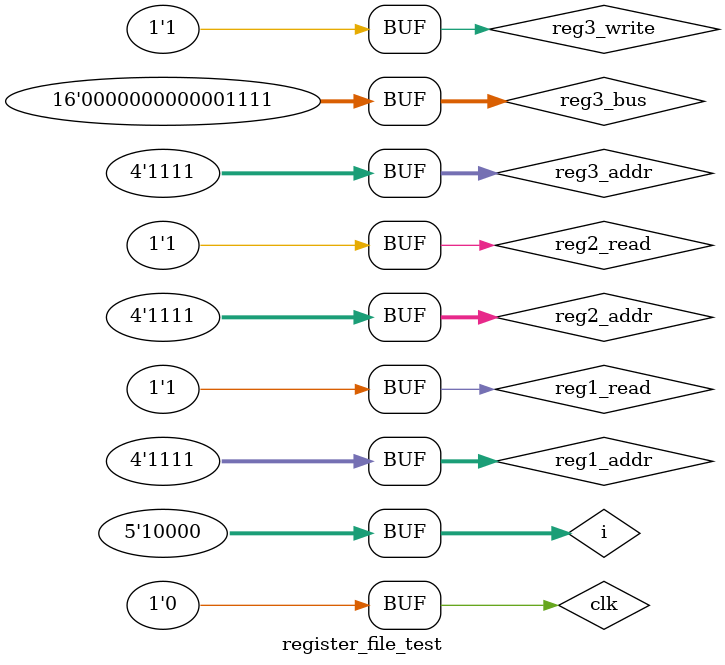
<source format=v>
`timescale 1ns / 1ps

module register_file_test;

	// Inputs
	reg clk;
	reg reg1_read;
	reg reg2_read;
	reg reg3_write;
	reg [3:0] reg1_addr;
	reg [3:0] reg2_addr;
	reg [3:0] reg3_addr;
	reg [15:0] reg3_bus;

	// Outputs
	wire [15:0] reg1_bus, reg2_bus;

	// Local variables
	reg [4:0] i;

	// Instantiate the Unit Under Test (UUT)
	register_file uut (
		.clk(clk), 
		.reg1_read(reg1_read), 
		.reg2_read(reg2_read), 
		.reg3_write(reg3_write), 

		.reg1_addr(reg1_addr), 
		.reg2_addr(reg2_addr), 
		.reg1_bus(reg1_bus),
		.reg2_bus(reg2_bus),
		
		.reg3_addr(reg3_addr),
		.reg3_bus(reg3_bus)
	);

	initial begin
		// Initialize Inputs
		clk = 0;
		reg1_read = 0;
		reg2_read = 0;
		reg3_write = 0;
		reg1_addr = 0;
		reg2_addr = 0;

		// Wait 100 ns for global reset to finish
		#100;
        
		// Add stimulus here
		for (i = 0; i < 16; i= i + 1) begin
			reg3_addr = i;
			reg3_bus = i;
			#1;
			reg3_write = 1;
			#1;
			clk = 1;
			#1;
			clk = 0;
		end
		
		if (reg1_bus != 16'bz) $display("Reg 1 impedence");
		if (reg2_bus != 16'bz) $display("Reg 2 impedence");
		
		for (i = 0; i < 16; i= i + 1) begin
			reg1_addr = i;
			reg2_addr = i;
			reg1_read = 1;
			reg2_read = 1;
			#1;
			if (reg1_bus != i) $display("Reg 1 mismatch");
			if (reg2_bus != i) $display("Reg 2 mismatch");
		end
		
		$display("Test successful if no messages.");
	end
		
endmodule


</source>
